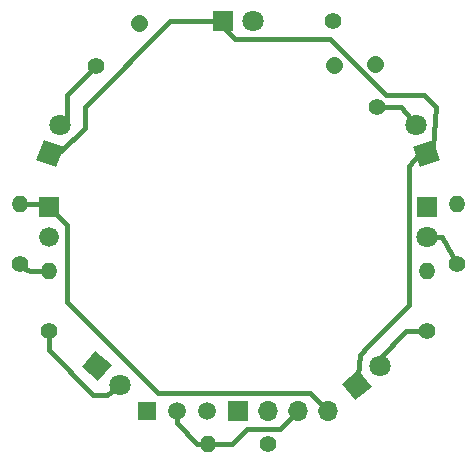
<source format=gbl>
G04 #@! TF.FileFunction,Copper,L2,Bot,Signal*
%FSLAX46Y46*%
G04 Gerber Fmt 4.6, Leading zero omitted, Abs format (unit mm)*
G04 Created by KiCad (PCBNEW 4.0.6) date 05/21/19 14:25:24*
%MOMM*%
%LPD*%
G01*
G04 APERTURE LIST*
%ADD10C,0.100000*%
%ADD11C,1.800000*%
%ADD12R,1.676400X1.676400*%
%ADD13C,1.676400*%
%ADD14C,1.400000*%
%ADD15O,1.400000X1.400000*%
%ADD16C,1.400000*%
%ADD17R,1.800000X1.800000*%
%ADD18R,1.700000X1.700000*%
%ADD19O,1.700000X1.700000*%
%ADD20C,1.520000*%
%ADD21R,1.520000X1.520000*%
%ADD22C,0.406400*%
G04 APERTURE END LIST*
D10*
G36*
X184087907Y-81731315D02*
X182396461Y-82346951D01*
X181780825Y-80655505D01*
X183472271Y-80039869D01*
X184087907Y-81731315D01*
X184087907Y-81731315D01*
G37*
D11*
X182065634Y-78806590D03*
D12*
X151000000Y-85730000D03*
D13*
X151000000Y-88270000D03*
D14*
X148500000Y-90500000D03*
D15*
X148500000Y-85420000D03*
D14*
X169500000Y-105750000D03*
D15*
X164420000Y-105750000D03*
D14*
X178750000Y-77250000D03*
D16*
X175157898Y-73657898D02*
X175157898Y-73657898D01*
D14*
X175000000Y-70000000D03*
D16*
X178592102Y-73592102D02*
X178592102Y-73592102D01*
D14*
X183000000Y-96250000D03*
D15*
X183000000Y-91170000D03*
D14*
X151000000Y-96250000D03*
D15*
X151000000Y-91170000D03*
D14*
X155000000Y-73750000D03*
D16*
X158592102Y-70157898D02*
X158592102Y-70157898D01*
D14*
X185500000Y-90500000D03*
D15*
X185500000Y-85420000D03*
D10*
G36*
X153759175Y-99294591D02*
X154916193Y-97915711D01*
X156295073Y-99072729D01*
X155138055Y-100451609D01*
X153759175Y-99294591D01*
X153759175Y-99294591D01*
G37*
D11*
X156972876Y-100816340D03*
D10*
G36*
X151603539Y-82346951D02*
X149912093Y-81731315D01*
X150527729Y-80039869D01*
X152219175Y-80655505D01*
X151603539Y-82346951D01*
X151603539Y-82346951D01*
G37*
D11*
X151934366Y-78806590D03*
D17*
X165730000Y-70000000D03*
D11*
X168270000Y-70000000D03*
D17*
X183000000Y-85750000D03*
D11*
X183000000Y-88290000D03*
D10*
G36*
X176916193Y-102084289D02*
X175759175Y-100705409D01*
X177138055Y-99548391D01*
X178295073Y-100927271D01*
X176916193Y-102084289D01*
X176916193Y-102084289D01*
G37*
D11*
X178972876Y-99183660D03*
D18*
X167000000Y-103000000D03*
D19*
X169540000Y-103000000D03*
X172080000Y-103000000D03*
X174620000Y-103000000D03*
D20*
X161790000Y-103000000D03*
X164330000Y-103000000D03*
D21*
X159250000Y-103000000D03*
D20*
X161790000Y-103000000D03*
X164330000Y-103000000D03*
D21*
X159250000Y-103000000D03*
D22*
X148500000Y-90750000D02*
X149420000Y-91170000D01*
X149420000Y-91170000D02*
X151000000Y-91170000D01*
X178750000Y-77250000D02*
X180759044Y-77250000D01*
X180759044Y-77250000D02*
X182065634Y-78806590D01*
X169540000Y-105710000D02*
X169500000Y-105750000D01*
X178945753Y-98554247D02*
X181250000Y-96250000D01*
X181250000Y-96250000D02*
X183000000Y-96250000D01*
X151000000Y-96250000D02*
X151000000Y-97850000D01*
X155939216Y-101600000D02*
X156972876Y-100816340D01*
X154750000Y-101600000D02*
X155939216Y-101600000D01*
X151000000Y-97850000D02*
X154750000Y-101600000D01*
X155000000Y-73750000D02*
X152500000Y-76250000D01*
X152500000Y-76250000D02*
X152500000Y-78231912D01*
X152500000Y-78231912D02*
X152368731Y-78613181D01*
X164420000Y-105750000D02*
X166500000Y-105750000D01*
X170580000Y-104500000D02*
X172080000Y-103000000D01*
X167750000Y-104500000D02*
X170580000Y-104500000D01*
X166500000Y-105750000D02*
X167750000Y-104500000D01*
X161790000Y-103000000D02*
X161790000Y-104040000D01*
X163500000Y-105750000D02*
X164420000Y-105750000D01*
X161790000Y-104040000D02*
X163500000Y-105750000D01*
X183000000Y-88290000D02*
X184290000Y-88290000D01*
X184290000Y-88290000D02*
X185500000Y-90500000D01*
X148500000Y-85420000D02*
X150690000Y-85420000D01*
X150690000Y-85420000D02*
X151000000Y-85730000D01*
X151000000Y-85730000D02*
X151000000Y-85750000D01*
X151000000Y-85750000D02*
X152500000Y-87250000D01*
X173120000Y-101500000D02*
X174620000Y-103000000D01*
X160250000Y-101500000D02*
X173120000Y-101500000D01*
X152500000Y-93750000D02*
X160250000Y-101500000D01*
X152500000Y-87250000D02*
X152500000Y-93750000D01*
X151500000Y-81000000D02*
X152000000Y-81000000D01*
X152000000Y-81000000D02*
X154000000Y-79000000D01*
X154000000Y-79000000D02*
X154000000Y-77250000D01*
X154000000Y-77250000D02*
X161250000Y-70000000D01*
X181500000Y-82250000D02*
X182306590Y-81193410D01*
X183500000Y-80627776D02*
X183750000Y-77250000D01*
X179500000Y-76250000D02*
X182750000Y-76250000D01*
X182750000Y-76250000D02*
X183750000Y-77250000D01*
X174750000Y-71500000D02*
X179500000Y-76250000D01*
X183500000Y-80627776D02*
X182934366Y-81193410D01*
X182306590Y-81193410D02*
X182934366Y-81193410D01*
X183500000Y-80627776D02*
X182934366Y-81193410D01*
X182877776Y-81250000D02*
X182934366Y-81193410D01*
X166750000Y-71500000D02*
X174750000Y-71500000D01*
X181500000Y-82750000D02*
X181500000Y-82250000D01*
X177027124Y-100816340D02*
X177277124Y-98222876D01*
X178000000Y-97500000D02*
X181500000Y-94000000D01*
X181500000Y-94000000D02*
X181500000Y-82750000D01*
X177277124Y-98222876D02*
X178000000Y-97500000D01*
X166750000Y-71500000D02*
X165750000Y-70500000D01*
X165750000Y-70000000D02*
X165750000Y-70500000D01*
X161250000Y-70000000D02*
X165750000Y-70000000D01*
M02*

</source>
